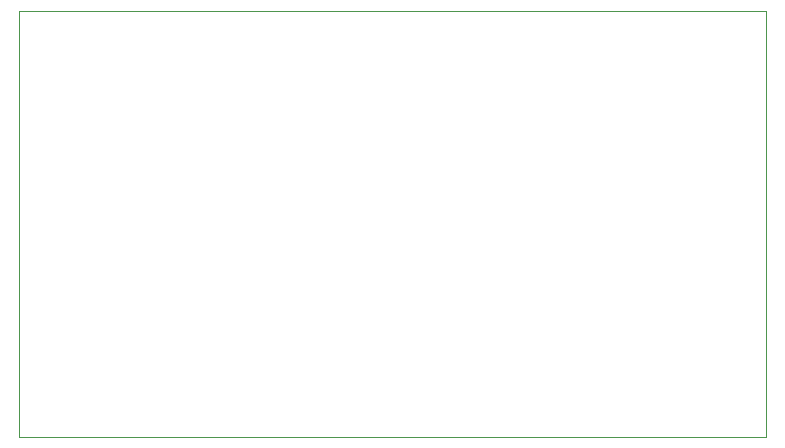
<source format=gbr>
%TF.GenerationSoftware,KiCad,Pcbnew,8.0.2*%
%TF.CreationDate,2024-05-12T14:55:06-05:00*%
%TF.ProjectId,GP2040-RE,47503230-3430-42d5-9245-2e6b69636164,rev?*%
%TF.SameCoordinates,Original*%
%TF.FileFunction,Profile,NP*%
%FSLAX46Y46*%
G04 Gerber Fmt 4.6, Leading zero omitted, Abs format (unit mm)*
G04 Created by KiCad (PCBNEW 8.0.2) date 2024-05-12 14:55:06*
%MOMM*%
%LPD*%
G01*
G04 APERTURE LIST*
%TA.AperFunction,Profile*%
%ADD10C,0.050000*%
%TD*%
G04 APERTURE END LIST*
D10*
X37084000Y-48006000D02*
X100330000Y-48006000D01*
X100330000Y-84074000D01*
X37084000Y-84074000D01*
X37084000Y-48006000D01*
M02*

</source>
